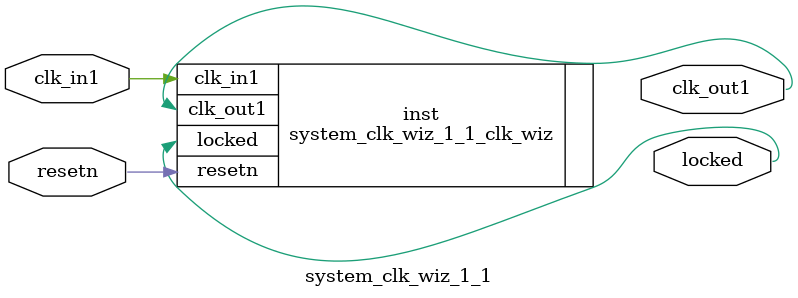
<source format=v>


`timescale 1ps/1ps

(* CORE_GENERATION_INFO = "system_clk_wiz_1_1,clk_wiz_v6_0_14_0_0,{component_name=system_clk_wiz_1_1,use_phase_alignment=true,use_min_o_jitter=false,use_max_i_jitter=false,use_dyn_phase_shift=false,use_inclk_switchover=false,use_dyn_reconfig=false,enable_axi=0,feedback_source=FDBK_AUTO,PRIMITIVE=MMCM,num_out_clk=1,clkin1_period=10.000,clkin2_period=10.000,use_power_down=false,use_reset=true,use_locked=true,use_inclk_stopped=false,feedback_type=SINGLE,CLOCK_MGR_TYPE=NA,manual_override=false}" *)

module system_clk_wiz_1_1 
 (
  // Clock out ports
  output        clk_out1,
  // Status and control signals
  input         resetn,
  output        locked,
 // Clock in ports
  input         clk_in1
 );

  system_clk_wiz_1_1_clk_wiz inst
  (
  // Clock out ports  
  .clk_out1(clk_out1),
  // Status and control signals               
  .resetn(resetn), 
  .locked(locked),
 // Clock in ports
  .clk_in1(clk_in1)
  );

endmodule

</source>
